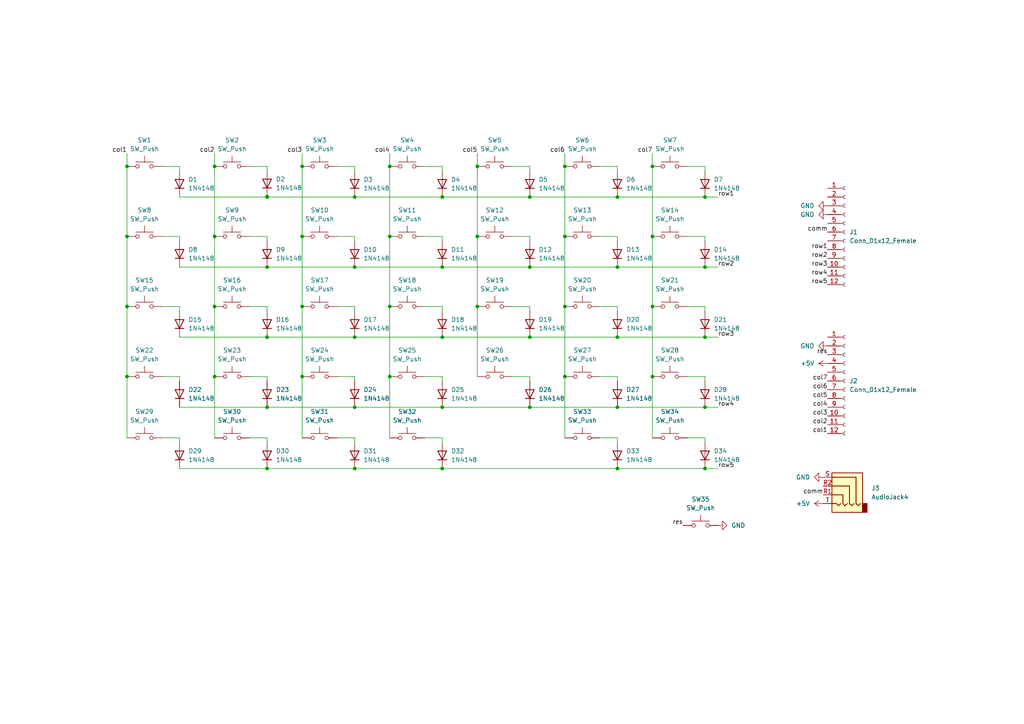
<source format=kicad_sch>
(kicad_sch (version 20211123) (generator eeschema)
  (paper "A4")
  (lib_symbols
    (symbol "Connector:AudioJack4"
      (property "Reference" "J" (at 0 8.89 0))
      (property "Value" "AudioJack4" (at 0 6.35 0))
      (symbol "AudioJack4_0_1"
        (rectangle (start -6.35 -5.08) (end -7.62 -7.62) (stroke (width 0.254)) (fill (type outline)))
        (polyline (pts (xy 0 -5.08) (xy 0.635 -5.715) (xy 1.27 -5.08) (xy 2.54 -5.08)) (stroke (width 0.254)))
        (polyline (pts (xy -5.715 -5.08) (xy -5.08 -5.715) (xy -4.445 -5.08) (xy -4.445 2.54) (xy 2.54 2.54)) (stroke (width 0.254)))
        (polyline (pts (xy -1.905 -5.08) (xy -1.27 -5.715) (xy -0.635 -5.08) (xy -0.635 -2.54) (xy 2.54 -2.54)) (stroke (width 0.254)))
        (polyline (pts (xy 2.54 0) (xy -2.54 0) (xy -2.54 -5.08) (xy -3.175 -5.715) (xy -3.81 -5.08)) (stroke (width 0.254)))
        (rectangle (start 2.54 3.81) (end -6.35 -7.62) (stroke (width 0.254)) (fill (type background)))
      )
      (symbol "AudioJack4_1_1"
        (pin passive line (at 5.08 -2.54 180) (length 2.54) (name "~") (number "R1"))
        (pin passive line (at 5.08 0 180) (length 2.54) (name "~") (number "R2"))
        (pin passive line (at 5.08 2.54 180) (length 2.54) (name "~") (number "S"))
        (pin passive line (at 5.08 -5.08 180) (length 2.54) (name "~") (number "T"))
      )
    )
    (symbol "Connector:Conn_01x12_Female" (pin_names (offset 1.016) hide)
      (property "Reference" "J" (at 0 15.24 0))
      (property "Value" "Conn_01x12_Female" (at 0 -17.78 0))
      (symbol "Conn_01x12_Female_1_1"
        (arc (start 0 -14.732) (mid -0.508 -15.24) (end 0 -15.748) (stroke (width 0.1524)))
        (arc (start 0 -12.192) (mid -0.508 -12.7) (end 0 -13.208) (stroke (width 0.1524)))
        (arc (start 0 -9.652) (mid -0.508 -10.16) (end 0 -10.668) (stroke (width 0.1524)))
        (arc (start 0 -7.112) (mid -0.508 -7.62) (end 0 -8.128) (stroke (width 0.1524)))
        (arc (start 0 -4.572) (mid -0.508 -5.08) (end 0 -5.588) (stroke (width 0.1524)))
        (arc (start 0 -2.032) (mid -0.508 -2.54) (end 0 -3.048) (stroke (width 0.1524)))
        (polyline (pts (xy -1.27 -15.24) (xy -0.508 -15.24)) (stroke (width 0.1524)))
        (polyline (pts (xy -1.27 -12.7) (xy -0.508 -12.7)) (stroke (width 0.1524)))
        (polyline (pts (xy -1.27 -10.16) (xy -0.508 -10.16)) (stroke (width 0.1524)))
        (polyline (pts (xy -1.27 -7.62) (xy -0.508 -7.62)) (stroke (width 0.1524)))
        (polyline (pts (xy -1.27 -5.08) (xy -0.508 -5.08)) (stroke (width 0.1524)))
        (polyline (pts (xy -1.27 -2.54) (xy -0.508 -2.54)) (stroke (width 0.1524)))
        (polyline (pts (xy -1.27 0) (xy -0.508 0)) (stroke (width 0.1524)))
        (polyline (pts (xy -1.27 2.54) (xy -0.508 2.54)) (stroke (width 0.1524)))
        (polyline (pts (xy -1.27 5.08) (xy -0.508 5.08)) (stroke (width 0.1524)))
        (polyline (pts (xy -1.27 7.62) (xy -0.508 7.62)) (stroke (width 0.1524)))
        (polyline (pts (xy -1.27 10.16) (xy -0.508 10.16)) (stroke (width 0.1524)))
        (polyline (pts (xy -1.27 12.7) (xy -0.508 12.7)) (stroke (width 0.1524)))
        (arc (start 0 0.508) (mid -0.508 0) (end 0 -0.508) (stroke (width 0.1524)))
        (arc (start 0 3.048) (mid -0.508 2.54) (end 0 2.032) (stroke (width 0.1524)))
        (arc (start 0 5.588) (mid -0.508 5.08) (end 0 4.572) (stroke (width 0.1524)))
        (arc (start 0 8.128) (mid -0.508 7.62) (end 0 7.112) (stroke (width 0.1524)))
        (arc (start 0 10.668) (mid -0.508 10.16) (end 0 9.652) (stroke (width 0.1524)))
        (arc (start 0 13.208) (mid -0.508 12.7) (end 0 12.192) (stroke (width 0.1524)))
        (pin passive line (at -5.08 12.7 0) (length 3.81) (name "Pin_1") (number "1"))
        (pin passive line (at -5.08 -10.16 0) (length 3.81) (name "Pin_10") (number "10"))
        (pin passive line (at -5.08 -12.7 0) (length 3.81) (name "Pin_11") (number "11"))
        (pin passive line (at -5.08 -15.24 0) (length 3.81) (name "Pin_12") (number "12"))
        (pin passive line (at -5.08 10.16 0) (length 3.81) (name "Pin_2") (number "2"))
        (pin passive line (at -5.08 7.62 0) (length 3.81) (name "Pin_3") (number "3"))
        (pin passive line (at -5.08 5.08 0) (length 3.81) (name "Pin_4") (number "4"))
        (pin passive line (at -5.08 2.54 0) (length 3.81) (name "Pin_5") (number "5"))
        (pin passive line (at -5.08 0 0) (length 3.81) (name "Pin_6") (number "6"))
        (pin passive line (at -5.08 -2.54 0) (length 3.81) (name "Pin_7") (number "7"))
        (pin passive line (at -5.08 -5.08 0) (length 3.81) (name "Pin_8") (number "8"))
        (pin passive line (at -5.08 -7.62 0) (length 3.81) (name "Pin_9") (number "9"))
      )
    )
    (symbol "Diode:1N4148" (pin_numbers hide) (pin_names (offset 1.016) hide)
      (property "Reference" "D" (at 0 2.54 0))
      (property "Value" "1N4148" (at 0 -2.54 0))
      (symbol "1N4148_0_1"
        (polyline (pts (xy -1.27 1.27) (xy -1.27 -1.27)) (stroke (width 0.254)))
        (polyline (pts (xy 1.27 0) (xy -1.27 0)))
        (polyline (pts (xy 1.27 1.27) (xy 1.27 -1.27) (xy -1.27 0) (xy 1.27 1.27)) (stroke (width 0.254)))
      )
      (symbol "1N4148_1_1"
        (pin passive line (at -3.81 0 0) (length 2.54) (name "K") (number "1"))
        (pin passive line (at 3.81 0 180) (length 2.54) (name "A") (number "2"))
      )
    )
    (symbol "Switch:SW_Push" (pin_numbers hide) (pin_names (offset 1.016) hide)
      (property "Reference" "SW" (at 1.27 2.54 0))
      (property "Value" "SW_Push" (at 0 -1.524 0))
      (symbol "SW_Push_0_1"
        (circle (center -2.032 0) (radius 0.508))
        (polyline (pts (xy 0 1.27) (xy 0 3.048)))
        (polyline (pts (xy 2.54 1.27) (xy -2.54 1.27)))
        (circle (center 2.032 0) (radius 0.508))
        (pin passive line (at -5.08 0 0) (length 2.54) (name "1") (number "1"))
        (pin passive line (at 5.08 0 180) (length 2.54) (name "2") (number "2"))
      )
    )
    (symbol "power:+5V" (power) (pin_names (offset 0))
      (property "Value" "+5V" (at 0 3.556 0))
      (symbol "+5V_0_1"
        (polyline (pts (xy -0.762 1.27) (xy 0 2.54)))
        (polyline (pts (xy 0 0) (xy 0 2.54)))
        (polyline (pts (xy 0 2.54) (xy 0.762 1.27)))
      )
      (symbol "+5V_1_1"
        (pin power_in line (at 0 0 90) (length 0) hide (name "+5V") (number "1"))
      )
    )
    (symbol "power:GND" (power) (pin_names (offset 0))
      (property "Value" "GND" (at 0 -3.81 0))
      (symbol "GND_0_1"
        (polyline (pts (xy 0 0) (xy 0 -1.27) (xy 1.27 -1.27) (xy 0 -2.54) (xy -1.27 -1.27) (xy 0 -1.27)))
      )
      (symbol "GND_1_1"
        (pin power_in line (at 0 0 270) (length 0) hide (name "GND") (number "1"))
      )
    )
  )
  (junction (at 113.03 48.26))
  (junction (at 179.07 97.79))
  (junction (at 62.23 48.26))
  (junction (at 62.23 88.9))
  (junction (at 102.87 57.15))
  (junction (at 204.47 135.89))
  (junction (at 36.83 48.26))
  (junction (at 163.83 109.22))
  (junction (at 153.67 118.11))
  (junction (at 189.23 109.22))
  (junction (at 128.27 97.79))
  (junction (at 77.47 77.47))
  (junction (at 77.47 97.79))
  (junction (at 128.27 77.47))
  (junction (at 128.27 118.11))
  (junction (at 36.83 109.22))
  (junction (at 87.63 48.26))
  (junction (at 102.87 77.47))
  (junction (at 179.07 57.15))
  (junction (at 102.87 118.11))
  (junction (at 153.67 97.79))
  (junction (at 189.23 68.58))
  (junction (at 102.87 135.89))
  (junction (at 77.47 57.0388))
  (junction (at 153.67 57.15))
  (junction (at 163.83 88.9))
  (junction (at 204.47 57.15))
  (junction (at 62.23 109.22))
  (junction (at 128.27 57.15))
  (junction (at 128.27 135.89))
  (junction (at 36.83 88.9))
  (junction (at 163.83 68.58))
  (junction (at 163.83 48.26))
  (junction (at 179.07 77.47))
  (junction (at 204.47 97.79))
  (junction (at 77.47 135.89))
  (junction (at 153.67 77.47))
  (junction (at 138.43 68.58))
  (junction (at 77.47 118.11))
  (junction (at 87.63 88.9))
  (junction (at 62.23 68.58))
  (junction (at 138.43 88.9))
  (junction (at 204.47 77.47))
  (junction (at 113.03 68.58))
  (junction (at 102.87 97.79))
  (junction (at 204.47 118.11))
  (junction (at 77.47 57.15))
  (junction (at 113.03 109.22))
  (junction (at 179.07 135.89))
  (junction (at 138.43 48.26))
  (junction (at 179.07 118.11))
  (junction (at 87.63 109.22))
  (junction (at 87.63 68.58))
  (junction (at 189.23 88.9))
  (junction (at 113.03 88.9))
  (junction (at 189.23 48.26))
  (junction (at 36.83 68.58))
  (wire (pts (xy 179.07 109.22) (xy 179.07 110.49)))
  (wire (pts (xy 52.07 57.15) (xy 77.47 57.15)))
  (wire (pts (xy 77.47 57.0388) (xy 77.47 57.15)))
  (wire (pts (xy 179.07 127) (xy 179.07 128.27)))
  (wire (pts (xy 179.07 68.58) (xy 179.07 69.85)))
  (wire (pts (xy 153.67 109.22) (xy 153.67 110.49)))
  (wire (pts (xy 97.79 68.58) (xy 102.87 68.58)))
  (wire (pts (xy 179.07 77.47) (xy 204.47 77.47)))
  (wire (pts (xy 204.47 57.15) (xy 208.28 57.15)))
  (wire (pts (xy 87.63 88.9) (xy 87.63 109.22)))
  (wire (pts (xy 87.63 109.22) (xy 87.63 127)))
  (wire (pts (xy 77.47 48.26) (xy 77.47 49.4188)))
  (wire (pts (xy 204.47 109.22) (xy 204.47 110.49)))
  (wire (pts (xy 102.87 109.22) (xy 102.87 110.49)))
  (wire (pts (xy 52.07 135.89) (xy 77.47 135.89)))
  (wire (pts (xy 87.63 48.26) (xy 87.63 68.58)))
  (wire (pts (xy 52.07 48.26) (xy 52.07 49.53)))
  (wire (pts (xy 199.39 88.9) (xy 204.47 88.9)))
  (wire (pts (xy 163.83 88.9) (xy 163.83 109.22)))
  (wire (pts (xy 123.19 48.26) (xy 128.27 48.26)))
  (wire (pts (xy 72.39 88.9) (xy 77.47 88.9)))
  (wire (pts (xy 102.87 135.89) (xy 128.27 135.89)))
  (wire (pts (xy 62.23 109.22) (xy 62.23 127)))
  (wire (pts (xy 102.87 48.26) (xy 102.87 49.53)))
  (wire (pts (xy 36.83 88.9) (xy 36.83 109.22)))
  (wire (pts (xy 138.43 68.58) (xy 138.43 88.9)))
  (wire (pts (xy 189.23 109.22) (xy 189.23 127)))
  (wire (pts (xy 148.59 88.9) (xy 153.67 88.9)))
  (wire (pts (xy 189.23 88.9) (xy 189.23 109.22)))
  (wire (pts (xy 97.79 127) (xy 102.87 127)))
  (wire (pts (xy 52.07 127) (xy 52.07 128.27)))
  (wire (pts (xy 128.27 127) (xy 128.27 128.27)))
  (wire (pts (xy 204.47 48.26) (xy 204.47 49.53)))
  (wire (pts (xy 36.83 109.22) (xy 36.83 127)))
  (wire (pts (xy 102.87 77.47) (xy 128.27 77.47)))
  (wire (pts (xy 123.19 88.9) (xy 128.27 88.9)))
  (wire (pts (xy 87.63 44.45) (xy 87.63 48.26)))
  (wire (pts (xy 189.23 68.58) (xy 189.23 88.9)))
  (wire (pts (xy 148.59 109.22) (xy 153.67 109.22)))
  (wire (pts (xy 102.87 97.79) (xy 128.27 97.79)))
  (wire (pts (xy 123.19 127) (xy 128.27 127)))
  (wire (pts (xy 52.07 118.11) (xy 77.47 118.11)))
  (wire (pts (xy 113.03 88.9) (xy 113.03 109.22)))
  (wire (pts (xy 128.27 135.89) (xy 179.07 135.89)))
  (wire (pts (xy 128.27 118.11) (xy 153.67 118.11)))
  (wire (pts (xy 72.39 68.58) (xy 77.47 68.58)))
  (wire (pts (xy 62.23 88.9) (xy 62.23 109.22)))
  (wire (pts (xy 179.07 48.26) (xy 179.07 49.53)))
  (wire (pts (xy 52.07 97.79) (xy 77.47 97.79)))
  (wire (pts (xy 138.43 44.45) (xy 138.43 48.26)))
  (wire (pts (xy 148.59 48.26) (xy 153.67 48.26)))
  (wire (pts (xy 153.67 68.58) (xy 153.67 69.85)))
  (wire (pts (xy 204.47 88.9) (xy 204.47 90.17)))
  (wire (pts (xy 153.67 88.9) (xy 153.67 90.17)))
  (wire (pts (xy 153.67 77.47) (xy 179.07 77.47)))
  (wire (pts (xy 179.07 135.89) (xy 204.47 135.89)))
  (wire (pts (xy 113.03 48.26) (xy 113.03 68.58)))
  (wire (pts (xy 138.43 48.26) (xy 138.43 68.58)))
  (wire (pts (xy 153.67 48.26) (xy 153.67 49.53)))
  (wire (pts (xy 87.63 68.58) (xy 87.63 88.9)))
  (wire (pts (xy 52.07 109.22) (xy 52.07 110.49)))
  (wire (pts (xy 179.07 57.15) (xy 204.47 57.15)))
  (wire (pts (xy 153.67 118.11) (xy 179.07 118.11)))
  (wire (pts (xy 52.07 88.9) (xy 52.07 90.17)))
  (wire (pts (xy 77.47 127) (xy 77.47 128.27)))
  (wire (pts (xy 62.23 44.45) (xy 62.23 48.26)))
  (wire (pts (xy 62.23 48.26) (xy 62.23 68.58)))
  (wire (pts (xy 102.87 118.11) (xy 128.27 118.11)))
  (wire (pts (xy 199.39 127) (xy 204.47 127)))
  (wire (pts (xy 52.07 77.47) (xy 77.47 77.47)))
  (wire (pts (xy 153.67 57.15) (xy 179.07 57.15)))
  (wire (pts (xy 128.27 97.79) (xy 153.67 97.79)))
  (wire (pts (xy 204.47 135.89) (xy 208.28 135.89)))
  (wire (pts (xy 46.99 109.22) (xy 52.07 109.22)))
  (wire (pts (xy 128.27 68.58) (xy 128.27 69.85)))
  (wire (pts (xy 204.47 68.58) (xy 204.47 69.85)))
  (wire (pts (xy 179.07 118.11) (xy 204.47 118.11)))
  (wire (pts (xy 72.39 127) (xy 77.47 127)))
  (wire (pts (xy 173.99 127) (xy 179.07 127)))
  (wire (pts (xy 77.47 88.9) (xy 77.47 90.17)))
  (wire (pts (xy 204.47 127) (xy 204.47 128.27)))
  (wire (pts (xy 199.39 48.26) (xy 204.47 48.26)))
  (wire (pts (xy 204.47 97.79) (xy 208.28 97.79)))
  (wire (pts (xy 163.83 68.58) (xy 163.83 88.9)))
  (wire (pts (xy 173.99 48.26) (xy 179.07 48.26)))
  (wire (pts (xy 199.39 109.22) (xy 204.47 109.22)))
  (wire (pts (xy 123.19 109.22) (xy 128.27 109.22)))
  (wire (pts (xy 163.83 44.45) (xy 163.83 48.26)))
  (wire (pts (xy 77.47 77.47) (xy 102.87 77.47)))
  (wire (pts (xy 77.47 135.89) (xy 102.87 135.89)))
  (wire (pts (xy 179.07 88.9) (xy 179.07 90.17)))
  (wire (pts (xy 173.99 109.22) (xy 179.07 109.22)))
  (wire (pts (xy 72.39 109.22) (xy 77.47 109.22)))
  (wire (pts (xy 36.83 48.26) (xy 36.83 68.58)))
  (wire (pts (xy 163.83 109.22) (xy 163.83 127)))
  (wire (pts (xy 46.99 127) (xy 52.07 127)))
  (wire (pts (xy 77.47 57.15) (xy 102.87 57.15)))
  (wire (pts (xy 77.47 109.22) (xy 77.47 110.49)))
  (wire (pts (xy 72.39 48.26) (xy 77.47 48.26)))
  (wire (pts (xy 113.03 109.22) (xy 113.03 127)))
  (wire (pts (xy 77.47 118.11) (xy 102.87 118.11)))
  (wire (pts (xy 153.67 97.79) (xy 179.07 97.79)))
  (wire (pts (xy 148.59 68.58) (xy 153.67 68.58)))
  (wire (pts (xy 46.99 88.9) (xy 52.07 88.9)))
  (wire (pts (xy 199.39 68.58) (xy 204.47 68.58)))
  (wire (pts (xy 102.87 57.15) (xy 128.27 57.15)))
  (wire (pts (xy 102.87 68.58) (xy 102.87 69.85)))
  (wire (pts (xy 77.47 68.58) (xy 77.47 69.85)))
  (wire (pts (xy 123.19 68.58) (xy 128.27 68.58)))
  (wire (pts (xy 128.27 109.22) (xy 128.27 110.49)))
  (wire (pts (xy 102.87 127) (xy 102.87 128.27)))
  (wire (pts (xy 128.27 57.15) (xy 153.67 57.15)))
  (wire (pts (xy 204.47 77.47) (xy 208.28 77.47)))
  (wire (pts (xy 189.23 44.45) (xy 189.23 48.26)))
  (wire (pts (xy 179.07 97.79) (xy 204.47 97.79)))
  (wire (pts (xy 97.79 48.26) (xy 102.87 48.26)))
  (wire (pts (xy 36.83 68.58) (xy 36.83 88.9)))
  (wire (pts (xy 52.07 68.58) (xy 52.07 69.85)))
  (wire (pts (xy 46.99 48.26) (xy 52.07 48.26)))
  (wire (pts (xy 204.47 118.11) (xy 208.28 118.11)))
  (wire (pts (xy 138.43 88.9) (xy 138.43 109.22)))
  (wire (pts (xy 46.99 68.58) (xy 52.07 68.58)))
  (wire (pts (xy 113.03 44.45) (xy 113.03 48.26)))
  (wire (pts (xy 128.27 88.9) (xy 128.27 90.17)))
  (wire (pts (xy 173.99 68.58) (xy 179.07 68.58)))
  (wire (pts (xy 128.27 48.26) (xy 128.27 49.53)))
  (wire (pts (xy 97.79 109.22) (xy 102.87 109.22)))
  (wire (pts (xy 113.03 68.58) (xy 113.03 88.9)))
  (wire (pts (xy 163.83 48.26) (xy 163.83 68.58)))
  (wire (pts (xy 173.99 88.9) (xy 179.07 88.9)))
  (wire (pts (xy 128.27 77.47) (xy 153.67 77.47)))
  (wire (pts (xy 102.87 88.9) (xy 102.87 90.17)))
  (wire (pts (xy 189.23 48.26) (xy 189.23 68.58)))
  (wire (pts (xy 97.79 88.9) (xy 102.87 88.9)))
  (wire (pts (xy 36.83 44.45) (xy 36.83 48.26)))
  (wire (pts (xy 62.23 68.58) (xy 62.23 88.9)))
  (wire (pts (xy 77.47 97.79) (xy 102.87 97.79)))
  (label "row4" (at 240.03 80.01 180))
  (label "row3" (at 240.03 77.47 180))
  (label "col1" (at 240.03 125.73 180))
  (label "col6" (at 240.03 113.03 180))
  (label "col5" (at 138.43 44.45 180))
  (label "res" (at 198.12 152.4 180))
  (label "col7" (at 189.23 44.45 180))
  (label "col1" (at 36.83 44.45 180))
  (label "col7" (at 240.03 110.49 180))
  (label "col6" (at 163.83 44.45 180))
  (label "comm" (at 238.76 143.51 180))
  (label "row2" (at 240.03 74.93 180))
  (label "col3" (at 87.63 44.45 180))
  (label "col2" (at 62.23 44.45 180))
  (label "col4" (at 240.03 118.11 180))
  (label "row5" (at 208.28 135.89 0))
  (label "row1" (at 208.28 57.15 0))
  (label "col5" (at 240.03 115.57 180))
  (label "row3" (at 208.28 97.79 0))
  (label "row4" (at 208.28 118.11 0))
  (label "row5" (at 240.03 82.55 180))
  (label "row2" (at 208.28 77.47 0))
  (label "res" (at 240.03 102.87 180))
  (label "col4" (at 113.03 44.45 180))
  (label "col2" (at 240.03 123.19 180))
  (label "comm" (at 240.03 67.31 180))
  (label "row1" (at 240.03 72.39 180))
  (label "col3" (at 240.03 120.65 180))
  (symbol (lib_id "Diode:1N4148") (at 102.87 93.98 90) (unit 1)
    (property "Reference" "D17" (at 105.41 92.7099 90) (effects (justify right)))
    (property "Value" "1N4148" (at 105.41 95.2499 90) (effects (justify right)))
    (property "Footprint" "Diode_SMD:D_SOD-123" (effects hide))
    (property "Datasheet" "https://assets.nexperia.com/documents/data-sheet/1N4148_1N4448.pdf" (effects hide))
  )
  (symbol (lib_id "Switch:SW_Push") (at 92.71 48.26 0) (unit 1)
    (property "Reference" "SW3" (at 92.71 40.64 0))
    (property "Value" "SW_Push" (at 92.71 43.18 0))
    (property "Footprint" "Button_Switch_Keyboard:SW_Cherry_MX_1.00u_Plate" (effects hide))
  )
  (symbol (lib_id "Diode:1N4148") (at 52.07 114.3 90) (unit 1)
    (property "Reference" "D22" (at 54.61 113.0299 90) (effects (justify right)))
    (property "Value" "1N4148" (at 54.61 115.5699 90) (effects (justify right)))
    (property "Footprint" "Diode_SMD:D_SOD-123" (effects hide))
    (property "Datasheet" "https://assets.nexperia.com/documents/data-sheet/1N4148_1N4448.pdf" (effects hide))
  )
  (symbol (lib_id "Switch:SW_Push") (at 92.71 68.58 0) (unit 1)
    (property "Reference" "SW10" (at 92.71 60.96 0))
    (property "Value" "SW_Push" (at 92.71 63.5 0))
    (property "Footprint" "Button_Switch_Keyboard:SW_Cherry_MX_1.00u_Plate" (effects hide))
  )
  (symbol (lib_id "Diode:1N4148") (at 77.47 132.08 90) (unit 1)
    (property "Reference" "D30" (at 80.01 130.8099 90) (effects (justify right)))
    (property "Value" "1N4148" (at 80.01 133.3499 90) (effects (justify right)))
    (property "Footprint" "Diode_SMD:D_SOD-123" (effects hide))
    (property "Datasheet" "https://assets.nexperia.com/documents/data-sheet/1N4148_1N4448.pdf" (effects hide))
  )
  (symbol (lib_id "Diode:1N4148") (at 204.47 93.98 90) (unit 1)
    (property "Reference" "D21" (at 207.01 92.7099 90) (effects (justify right)))
    (property "Value" "1N4148" (at 207.01 95.2499 90) (effects (justify right)))
    (property "Footprint" "Diode_SMD:D_SOD-123" (effects hide))
    (property "Datasheet" "https://assets.nexperia.com/documents/data-sheet/1N4148_1N4448.pdf" (effects hide))
  )
  (symbol (lib_id "Connector:AudioJack4") (at 243.84 140.97 0) (mirror y) (unit 1)
    (property "Reference" "J3" (at 252.73 141.6049 0) (effects (justify right)))
    (property "Value" "AudioJack4" (at 252.73 144.1449 0) (effects (justify right)))
    (property "Footprint" "Connector_Audio:Jack_3.5mm_PJ320E_Horizontal" (effects hide))
  )
  (symbol (lib_id "power:+5V") (at 238.76 146.05 90) (unit 1)
    (property "Reference" "#PWR0102" (effects hide))
    (property "Value" "+5V" (at 234.95 146.0499 90) (effects (justify left)))
  )
  (symbol (lib_id "Switch:SW_Push") (at 143.51 48.26 0) (unit 1)
    (property "Reference" "SW5" (at 143.51 40.64 0))
    (property "Value" "SW_Push" (at 143.51 43.18 0))
    (property "Footprint" "Button_Switch_Keyboard:SW_Cherry_MX_1.00u_Plate" (effects hide))
  )
  (symbol (lib_id "Switch:SW_Push") (at 118.11 68.58 0) (unit 1)
    (property "Reference" "SW11" (at 118.11 60.96 0))
    (property "Value" "SW_Push" (at 118.11 63.5 0))
    (property "Footprint" "Button_Switch_Keyboard:SW_Cherry_MX_1.00u_Plate" (effects hide))
  )
  (symbol (lib_id "Diode:1N4148") (at 77.47 53.2288 90) (unit 1)
    (property "Reference" "D2" (at 80.01 51.9587 90) (effects (justify right)))
    (property "Value" "1N4148" (at 80.01 54.4987 90) (effects (justify right)))
    (property "Footprint" "Diode_SMD:D_SOD-123" (effects hide))
    (property "Datasheet" "https://assets.nexperia.com/documents/data-sheet/1N4148_1N4448.pdf" (effects hide))
  )
  (symbol (lib_id "Switch:SW_Push") (at 67.31 127 0) (unit 1)
    (property "Reference" "SW30" (at 67.31 119.38 0))
    (property "Value" "SW_Push" (at 67.31 121.92 0))
    (property "Footprint" "Button_Switch_Keyboard:SW_Cherry_MX_1.00u_Plate" (effects hide))
  )
  (symbol (lib_id "power:GND") (at 238.76 138.43 270) (unit 1)
    (property "Reference" "#PWR0103" (effects hide))
    (property "Value" "GND" (at 234.95 138.4299 90) (effects (justify right)))
  )
  (symbol (lib_id "Diode:1N4148") (at 52.07 93.98 90) (unit 1)
    (property "Reference" "D15" (at 54.61 92.7099 90) (effects (justify right)))
    (property "Value" "1N4148" (at 54.61 95.2499 90) (effects (justify right)))
    (property "Footprint" "Diode_SMD:D_SOD-123" (effects hide))
    (property "Datasheet" "https://assets.nexperia.com/documents/data-sheet/1N4148_1N4448.pdf" (effects hide))
  )
  (symbol (lib_id "Diode:1N4148") (at 77.47 73.66 90) (unit 1)
    (property "Reference" "D9" (at 80.01 72.3899 90) (effects (justify right)))
    (property "Value" "1N4148" (at 80.01 74.9299 90) (effects (justify right)))
    (property "Footprint" "Diode_SMD:D_SOD-123" (effects hide))
    (property "Datasheet" "https://assets.nexperia.com/documents/data-sheet/1N4148_1N4448.pdf" (effects hide))
  )
  (symbol (lib_id "Switch:SW_Push") (at 67.31 68.58 0) (unit 1)
    (property "Reference" "SW9" (at 67.31 60.96 0))
    (property "Value" "SW_Push" (at 67.31 63.5 0))
    (property "Footprint" "Button_Switch_Keyboard:SW_Cherry_MX_1.00u_Plate" (effects hide))
  )
  (symbol (lib_id "Switch:SW_Push") (at 118.11 48.26 0) (unit 1)
    (property "Reference" "SW4" (at 118.11 40.64 0))
    (property "Value" "SW_Push" (at 118.11 43.18 0))
    (property "Footprint" "Button_Switch_Keyboard:SW_Cherry_MX_1.00u_Plate" (effects hide))
  )
  (symbol (lib_id "Connector:Conn_01x12_Female") (at 245.11 67.31 0) (unit 1)
    (property "Reference" "J1" (at 246.38 67.3099 0) (effects (justify left)))
    (property "Value" "Conn_01x12_Female" (at 246.38 69.8499 0) (effects (justify left)))
    (property "Footprint" "Connector_PinHeader_2.54mm:PinHeader_1x12_P2.54mm_Vertical" (effects hide))
  )
  (symbol (lib_id "Switch:SW_Push") (at 41.91 88.9 0) (unit 1)
    (property "Reference" "SW15" (at 41.91 81.28 0))
    (property "Value" "SW_Push" (at 41.91 83.82 0))
    (property "Footprint" "Button_Switch_Keyboard:SW_Cherry_MX_1.00u_Plate" (effects hide))
  )
  (symbol (lib_id "Diode:1N4148") (at 128.27 132.08 90) (unit 1)
    (property "Reference" "D32" (at 130.81 130.8099 90) (effects (justify right)))
    (property "Value" "1N4148" (at 130.81 133.3499 90) (effects (justify right)))
    (property "Footprint" "Diode_SMD:D_SOD-123" (effects hide))
    (property "Datasheet" "https://assets.nexperia.com/documents/data-sheet/1N4148_1N4448.pdf" (effects hide))
  )
  (symbol (lib_id "Switch:SW_Push") (at 118.11 88.9 0) (unit 1)
    (property "Reference" "SW18" (at 118.11 81.28 0))
    (property "Value" "SW_Push" (at 118.11 83.82 0))
    (property "Footprint" "Button_Switch_Keyboard:SW_Cherry_MX_1.00u_Plate" (effects hide))
  )
  (symbol (lib_id "Diode:1N4148") (at 179.07 53.34 90) (unit 1)
    (property "Reference" "D6" (at 181.61 52.0699 90) (effects (justify right)))
    (property "Value" "1N4148" (at 181.61 54.6099 90) (effects (justify right)))
    (property "Footprint" "Diode_SMD:D_SOD-123" (effects hide))
    (property "Datasheet" "https://assets.nexperia.com/documents/data-sheet/1N4148_1N4448.pdf" (effects hide))
  )
  (symbol (lib_id "Diode:1N4148") (at 179.07 132.08 90) (unit 1)
    (property "Reference" "D33" (at 181.61 130.8099 90) (effects (justify right)))
    (property "Value" "1N4148" (at 181.61 133.3499 90) (effects (justify right)))
    (property "Footprint" "Diode_SMD:D_SOD-123" (effects hide))
    (property "Datasheet" "https://assets.nexperia.com/documents/data-sheet/1N4148_1N4448.pdf" (effects hide))
  )
  (symbol (lib_id "Diode:1N4148") (at 77.47 114.3 90) (unit 1)
    (property "Reference" "D23" (at 80.01 113.0299 90) (effects (justify right)))
    (property "Value" "1N4148" (at 80.01 115.5699 90) (effects (justify right)))
    (property "Footprint" "Diode_SMD:D_SOD-123" (effects hide))
    (property "Datasheet" "https://assets.nexperia.com/documents/data-sheet/1N4148_1N4448.pdf" (effects hide))
  )
  (symbol (lib_id "Switch:SW_Push") (at 67.31 48.26 0) (unit 1)
    (property "Reference" "SW2" (at 67.31 40.64 0))
    (property "Value" "SW_Push" (at 67.31 43.18 0))
    (property "Footprint" "Button_Switch_Keyboard:SW_Cherry_MX_1.00u_Plate" (effects hide))
  )
  (symbol (lib_id "Switch:SW_Push") (at 168.91 109.22 0) (unit 1)
    (property "Reference" "SW27" (at 168.91 101.6 0))
    (property "Value" "SW_Push" (at 168.91 104.14 0))
    (property "Footprint" "Button_Switch_Keyboard:SW_Cherry_MX_1.00u_Plate" (effects hide))
  )
  (symbol (lib_id "Diode:1N4148") (at 179.07 114.3 90) (unit 1)
    (property "Reference" "D27" (at 181.61 113.0299 90) (effects (justify right)))
    (property "Value" "1N4148" (at 181.61 115.5699 90) (effects (justify right)))
    (property "Footprint" "Diode_SMD:D_SOD-123" (effects hide))
    (property "Datasheet" "https://assets.nexperia.com/documents/data-sheet/1N4148_1N4448.pdf" (effects hide))
  )
  (symbol (lib_id "Switch:SW_Push") (at 194.31 127 0) (unit 1)
    (property "Reference" "SW34" (at 194.31 119.38 0))
    (property "Value" "SW_Push" (at 194.31 121.92 0))
    (property "Footprint" "Button_Switch_Keyboard:SW_Cherry_MX_1.00u_Plate" (effects hide))
  )
  (symbol (lib_id "Diode:1N4148") (at 153.67 73.66 90) (unit 1)
    (property "Reference" "D12" (at 156.21 72.3899 90) (effects (justify right)))
    (property "Value" "1N4148" (at 156.21 74.9299 90) (effects (justify right)))
    (property "Footprint" "Diode_SMD:D_SOD-123" (effects hide))
    (property "Datasheet" "https://assets.nexperia.com/documents/data-sheet/1N4148_1N4448.pdf" (effects hide))
  )
  (symbol (lib_id "Diode:1N4148") (at 52.07 53.34 90) (unit 1)
    (property "Reference" "D1" (at 54.61 52.0699 90) (effects (justify right)))
    (property "Value" "1N4148" (at 54.61 54.6099 90) (effects (justify right)))
    (property "Footprint" "Diode_SMD:D_SOD-123" (effects hide))
    (property "Datasheet" "https://assets.nexperia.com/documents/data-sheet/1N4148_1N4448.pdf" (effects hide))
  )
  (symbol (lib_id "Diode:1N4148") (at 179.07 93.98 90) (unit 1)
    (property "Reference" "D20" (at 181.61 92.7099 90) (effects (justify right)))
    (property "Value" "1N4148" (at 181.61 95.2499 90) (effects (justify right)))
    (property "Footprint" "Diode_SMD:D_SOD-123" (effects hide))
    (property "Datasheet" "https://assets.nexperia.com/documents/data-sheet/1N4148_1N4448.pdf" (effects hide))
  )
  (symbol (lib_id "Diode:1N4148") (at 102.87 73.66 90) (unit 1)
    (property "Reference" "D10" (at 105.41 72.3899 90) (effects (justify right)))
    (property "Value" "1N4148" (at 105.41 74.9299 90) (effects (justify right)))
    (property "Footprint" "Diode_SMD:D_SOD-123" (effects hide))
    (property "Datasheet" "https://assets.nexperia.com/documents/data-sheet/1N4148_1N4448.pdf" (effects hide))
  )
  (symbol (lib_id "Switch:SW_Push") (at 92.71 109.22 0) (unit 1)
    (property "Reference" "SW24" (at 92.71 101.6 0))
    (property "Value" "SW_Push" (at 92.71 104.14 0))
    (property "Footprint" "Button_Switch_Keyboard:SW_Cherry_MX_1.00u_Plate" (effects hide))
  )
  (symbol (lib_id "power:+5V") (at 240.03 105.41 90) (unit 1)
    (property "Reference" "#PWR0104" (effects hide))
    (property "Value" "+5V" (at 236.22 105.4099 90) (effects (justify left)))
  )
  (symbol (lib_id "Switch:SW_Push") (at 168.91 88.9 0) (unit 1)
    (property "Reference" "SW20" (at 168.91 81.28 0))
    (property "Value" "SW_Push" (at 168.91 83.82 0))
    (property "Footprint" "Button_Switch_Keyboard:SW_Cherry_MX_1.00u_Plate" (effects hide))
  )
  (symbol (lib_id "Switch:SW_Push") (at 143.51 109.22 0) (unit 1)
    (property "Reference" "SW26" (at 143.51 101.6 0))
    (property "Value" "SW_Push" (at 143.51 104.14 0))
    (property "Footprint" "Button_Switch_Keyboard:SW_Cherry_MX_1.00u_Plate" (effects hide))
  )
  (symbol (lib_id "Switch:SW_Push") (at 67.31 109.22 0) (unit 1)
    (property "Reference" "SW23" (at 67.31 101.6 0))
    (property "Value" "SW_Push" (at 67.31 104.14 0))
    (property "Footprint" "Button_Switch_Keyboard:SW_Cherry_MX_1.00u_Plate" (effects hide))
  )
  (symbol (lib_id "Diode:1N4148") (at 179.07 73.66 90) (unit 1)
    (property "Reference" "D13" (at 181.61 72.3899 90) (effects (justify right)))
    (property "Value" "1N4148" (at 181.61 74.9299 90) (effects (justify right)))
    (property "Footprint" "Diode_SMD:D_SOD-123" (effects hide))
    (property "Datasheet" "https://assets.nexperia.com/documents/data-sheet/1N4148_1N4448.pdf" (effects hide))
  )
  (symbol (lib_id "Diode:1N4148") (at 153.67 93.98 90) (unit 1)
    (property "Reference" "D19" (at 156.21 92.7099 90) (effects (justify right)))
    (property "Value" "1N4148" (at 156.21 95.2499 90) (effects (justify right)))
    (property "Footprint" "Diode_SMD:D_SOD-123" (effects hide))
    (property "Datasheet" "https://assets.nexperia.com/documents/data-sheet/1N4148_1N4448.pdf" (effects hide))
  )
  (symbol (lib_id "Switch:SW_Push") (at 168.91 68.58 0) (unit 1)
    (property "Reference" "SW13" (at 168.91 60.96 0))
    (property "Value" "SW_Push" (at 168.91 63.5 0))
    (property "Footprint" "Button_Switch_Keyboard:SW_Cherry_MX_1.00u_Plate" (effects hide))
  )
  (symbol (lib_id "Diode:1N4148") (at 128.27 53.34 90) (unit 1)
    (property "Reference" "D4" (at 130.81 52.0699 90) (effects (justify right)))
    (property "Value" "1N4148" (at 130.81 54.6099 90) (effects (justify right)))
    (property "Footprint" "Diode_SMD:D_SOD-123" (effects hide))
    (property "Datasheet" "https://assets.nexperia.com/documents/data-sheet/1N4148_1N4448.pdf" (effects hide))
  )
  (symbol (lib_id "Switch:SW_Push") (at 143.51 88.9 0) (unit 1)
    (property "Reference" "SW19" (at 143.51 81.28 0))
    (property "Value" "SW_Push" (at 143.51 83.82 0))
    (property "Footprint" "Button_Switch_Keyboard:SW_Cherry_MX_1.00u_Plate" (effects hide))
  )
  (symbol (lib_id "Diode:1N4148") (at 153.67 53.34 90) (unit 1)
    (property "Reference" "D5" (at 156.21 52.0699 90) (effects (justify right)))
    (property "Value" "1N4148" (at 156.21 54.6099 90) (effects (justify right)))
    (property "Footprint" "Diode_SMD:D_SOD-123" (effects hide))
    (property "Datasheet" "https://assets.nexperia.com/documents/data-sheet/1N4148_1N4448.pdf" (effects hide))
  )
  (symbol (lib_id "Switch:SW_Push") (at 194.31 88.9 0) (unit 1)
    (property "Reference" "SW21" (at 194.31 81.28 0))
    (property "Value" "SW_Push" (at 194.31 83.82 0))
    (property "Footprint" "Button_Switch_Keyboard:SW_Cherry_MX_1.00u_Plate" (effects hide))
  )
  (symbol (lib_id "Diode:1N4148") (at 204.47 73.66 90) (unit 1)
    (property "Reference" "D14" (at 207.01 72.3899 90) (effects (justify right)))
    (property "Value" "1N4148" (at 207.01 74.9299 90) (effects (justify right)))
    (property "Footprint" "Diode_SMD:D_SOD-123" (effects hide))
    (property "Datasheet" "https://assets.nexperia.com/documents/data-sheet/1N4148_1N4448.pdf" (effects hide))
  )
  (symbol (lib_id "power:GND") (at 240.03 62.23 270) (unit 1)
    (property "Reference" "#PWR0107" (effects hide))
    (property "Value" "GND" (at 236.22 62.2299 90) (effects (justify right)))
  )
  (symbol (lib_id "Diode:1N4148") (at 102.87 132.08 90) (unit 1)
    (property "Reference" "D31" (at 105.41 130.8099 90) (effects (justify right)))
    (property "Value" "1N4148" (at 105.41 133.3499 90) (effects (justify right)))
    (property "Footprint" "Diode_SMD:D_SOD-123" (effects hide))
    (property "Datasheet" "https://assets.nexperia.com/documents/data-sheet/1N4148_1N4448.pdf" (effects hide))
  )
  (symbol (lib_id "Switch:SW_Push") (at 168.91 48.26 0) (unit 1)
    (property "Reference" "SW6" (at 168.91 40.64 0))
    (property "Value" "SW_Push" (at 168.91 43.18 0))
    (property "Footprint" "Button_Switch_Keyboard:SW_Cherry_MX_1.00u_Plate" (effects hide))
  )
  (symbol (lib_id "Connector:Conn_01x12_Female") (at 245.11 110.49 0) (unit 1)
    (property "Reference" "J2" (at 246.38 110.4899 0) (effects (justify left)))
    (property "Value" "Conn_01x12_Female" (at 246.38 113.0299 0) (effects (justify left)))
    (property "Footprint" "Connector_PinHeader_2.54mm:PinHeader_1x12_P2.54mm_Vertical" (effects hide))
  )
  (symbol (lib_id "Switch:SW_Push") (at 194.31 48.26 0) (unit 1)
    (property "Reference" "SW7" (at 194.31 40.64 0))
    (property "Value" "SW_Push" (at 194.31 43.18 0))
    (property "Footprint" "Button_Switch_Keyboard:SW_Cherry_MX_1.00u_Plate" (effects hide))
  )
  (symbol (lib_id "Diode:1N4148") (at 204.47 114.3 90) (unit 1)
    (property "Reference" "D28" (at 207.01 113.0299 90) (effects (justify right)))
    (property "Value" "1N4148" (at 207.01 115.5699 90) (effects (justify right)))
    (property "Footprint" "Diode_SMD:D_SOD-123" (effects hide))
    (property "Datasheet" "https://assets.nexperia.com/documents/data-sheet/1N4148_1N4448.pdf" (effects hide))
  )
  (symbol (lib_id "Diode:1N4148") (at 204.47 132.08 90) (unit 1)
    (property "Reference" "D34" (at 207.01 130.8099 90) (effects (justify right)))
    (property "Value" "1N4148" (at 207.01 133.3499 90) (effects (justify right)))
    (property "Footprint" "Diode_SMD:D_SOD-123" (effects hide))
    (property "Datasheet" "https://assets.nexperia.com/documents/data-sheet/1N4148_1N4448.pdf" (effects hide))
  )
  (symbol (lib_id "Switch:SW_Push") (at 168.91 127 0) (unit 1)
    (property "Reference" "SW33" (at 168.91 119.38 0))
    (property "Value" "SW_Push" (at 168.91 121.92 0))
    (property "Footprint" "Button_Switch_Keyboard:SW_Cherry_MX_1.00u_Plate" (effects hide))
  )
  (symbol (lib_id "Switch:SW_Push") (at 92.71 127 0) (unit 1)
    (property "Reference" "SW31" (at 92.71 119.38 0))
    (property "Value" "SW_Push" (at 92.71 121.92 0))
    (property "Footprint" "Button_Switch_Keyboard:SW_Cherry_MX_1.00u_Plate" (effects hide))
  )
  (symbol (lib_id "Diode:1N4148") (at 153.67 114.3 90) (unit 1)
    (property "Reference" "D26" (at 156.21 113.0299 90) (effects (justify right)))
    (property "Value" "1N4148" (at 156.21 115.5699 90) (effects (justify right)))
    (property "Footprint" "Diode_SMD:D_SOD-123" (effects hide))
    (property "Datasheet" "https://assets.nexperia.com/documents/data-sheet/1N4148_1N4448.pdf" (effects hide))
  )
  (symbol (lib_id "Diode:1N4148") (at 52.07 73.66 90) (unit 1)
    (property "Reference" "D8" (at 54.61 72.3899 90) (effects (justify right)))
    (property "Value" "1N4148" (at 54.61 74.9299 90) (effects (justify right)))
    (property "Footprint" "Diode_SMD:D_SOD-123" (effects hide))
    (property "Datasheet" "https://assets.nexperia.com/documents/data-sheet/1N4148_1N4448.pdf" (effects hide))
  )
  (symbol (lib_id "Switch:SW_Push") (at 118.11 109.22 0) (unit 1)
    (property "Reference" "SW25" (at 118.11 101.6 0))
    (property "Value" "SW_Push" (at 118.11 104.14 0))
    (property "Footprint" "Button_Switch_Keyboard:SW_Cherry_MX_1.00u_Plate" (effects hide))
  )
  (symbol (lib_id "Switch:SW_Push") (at 143.51 68.58 0) (unit 1)
    (property "Reference" "SW12" (at 143.51 60.96 0))
    (property "Value" "SW_Push" (at 143.51 63.5 0))
    (property "Footprint" "Button_Switch_Keyboard:SW_Cherry_MX_1.00u_Plate" (effects hide))
  )
  (symbol (lib_id "power:GND") (at 240.03 100.33 270) (unit 1)
    (property "Reference" "#PWR0105" (effects hide))
    (property "Value" "GND" (at 236.22 100.3299 90) (effects (justify right)))
  )
  (symbol (lib_id "Diode:1N4148") (at 52.07 132.08 90) (unit 1)
    (property "Reference" "D29" (at 54.61 130.8099 90) (effects (justify right)))
    (property "Value" "1N4148" (at 54.61 133.3499 90) (effects (justify right)))
    (property "Footprint" "Diode_SMD:D_SOD-123" (effects hide))
    (property "Datasheet" "https://assets.nexperia.com/documents/data-sheet/1N4148_1N4448.pdf" (effects hide))
  )
  (symbol (lib_id "Switch:SW_Push") (at 41.91 68.58 0) (unit 1)
    (property "Reference" "SW8" (at 41.91 60.96 0))
    (property "Value" "SW_Push" (at 41.91 63.5 0))
    (property "Footprint" "Button_Switch_Keyboard:SW_Cherry_MX_1.00u_Plate" (effects hide))
  )
  (symbol (lib_id "Switch:SW_Push") (at 92.71 88.9 0) (unit 1)
    (property "Reference" "SW17" (at 92.71 81.28 0))
    (property "Value" "SW_Push" (at 92.71 83.82 0))
    (property "Footprint" "Button_Switch_Keyboard:SW_Cherry_MX_1.00u_Plate" (effects hide))
  )
  (symbol (lib_id "Switch:SW_Push") (at 67.31 88.9 0) (unit 1)
    (property "Reference" "SW16" (at 67.31 81.28 0))
    (property "Value" "SW_Push" (at 67.31 83.82 0))
    (property "Footprint" "Button_Switch_Keyboard:SW_Cherry_MX_1.00u_Plate" (effects hide))
  )
  (symbol (lib_id "power:GND") (at 240.03 59.69 270) (unit 1)
    (property "Reference" "#PWR0106" (effects hide))
    (property "Value" "GND" (at 236.22 59.6899 90) (effects (justify right)))
  )
  (symbol (lib_id "Switch:SW_Push") (at 203.2 152.4 0) (unit 1)
    (property "Reference" "SW35" (at 203.2 144.78 0))
    (property "Value" "SW_Push" (at 203.2 147.32 0))
    (property "Footprint" "Button_Switch_SMD:SW_SPST_PTS645" (effects hide))
  )
  (symbol (lib_id "Switch:SW_Push") (at 194.31 68.58 0) (unit 1)
    (property "Reference" "SW14" (at 194.31 60.96 0))
    (property "Value" "SW_Push" (at 194.31 63.5 0))
    (property "Footprint" "Button_Switch_Keyboard:SW_Cherry_MX_1.00u_Plate" (effects hide))
  )
  (symbol (lib_id "Switch:SW_Push") (at 118.11 127 0) (unit 1)
    (property "Reference" "SW32" (at 118.11 119.38 0))
    (property "Value" "SW_Push" (at 118.11 121.92 0))
    (property "Footprint" "Button_Switch_Keyboard:SW_Cherry_MX_1.00u_Plate" (effects hide))
  )
  (symbol (lib_id "Switch:SW_Push") (at 41.91 127 0) (unit 1)
    (property "Reference" "SW29" (at 41.91 119.38 0))
    (property "Value" "SW_Push" (at 41.91 121.92 0))
    (property "Footprint" "Button_Switch_Keyboard:SW_Cherry_MX_1.00u_Plate" (effects hide))
  )
  (symbol (lib_id "power:GND") (at 208.28 152.4 90) (unit 1)
    (property "Reference" "#PWR0101" (effects hide))
    (property "Value" "GND" (at 212.09 152.3999 90) (effects (justify right)))
  )
  (symbol (lib_id "Switch:SW_Push") (at 41.91 109.22 0) (unit 1)
    (property "Reference" "SW22" (at 41.91 101.6 0))
    (property "Value" "SW_Push" (at 41.91 104.14 0))
    (property "Footprint" "Button_Switch_Keyboard:SW_Cherry_MX_1.00u_Plate" (effects hide))
  )
  (symbol (lib_id "Diode:1N4148") (at 128.27 73.66 90) (unit 1)
    (property "Reference" "D11" (at 130.81 72.3899 90) (effects (justify right)))
    (property "Value" "1N4148" (at 130.81 74.9299 90) (effects (justify right)))
    (property "Footprint" "Diode_SMD:D_SOD-123" (effects hide))
    (property "Datasheet" "https://assets.nexperia.com/documents/data-sheet/1N4148_1N4448.pdf" (effects hide))
  )
  (symbol (lib_id "Switch:SW_Push") (at 194.31 109.22 0) (unit 1)
    (property "Reference" "SW28" (at 194.31 101.6 0))
    (property "Value" "SW_Push" (at 194.31 104.14 0))
    (property "Footprint" "Button_Switch_Keyboard:SW_Cherry_MX_1.00u_Plate" (effects hide))
  )
  (symbol (lib_id "Switch:SW_Push") (at 41.91 48.26 0) (unit 1)
    (property "Reference" "SW1" (at 41.91 40.64 0))
    (property "Value" "SW_Push" (at 41.91 43.18 0))
    (property "Footprint" "Button_Switch_Keyboard:SW_Cherry_MX_1.00u_Plate" (effects hide))
  )
  (symbol (lib_id "Diode:1N4148") (at 102.87 53.34 90) (unit 1)
    (property "Reference" "D3" (at 105.41 52.0699 90) (effects (justify right)))
    (property "Value" "1N4148" (at 105.41 54.6099 90) (effects (justify right)))
    (property "Footprint" "Diode_SMD:D_SOD-123" (effects hide))
    (property "Datasheet" "https://assets.nexperia.com/documents/data-sheet/1N4148_1N4448.pdf" (effects hide))
  )
  (symbol (lib_id "Diode:1N4148") (at 102.87 114.3 90) (unit 1)
    (property "Reference" "D24" (at 105.41 113.0299 90) (effects (justify right)))
    (property "Value" "1N4148" (at 105.41 115.5699 90) (effects (justify right)))
    (property "Footprint" "Diode_SMD:D_SOD-123" (effects hide))
    (property "Datasheet" "https://assets.nexperia.com/documents/data-sheet/1N4148_1N4448.pdf" (effects hide))
  )
  (symbol (lib_id "Diode:1N4148") (at 77.47 93.98 90) (unit 1)
    (property "Reference" "D16" (at 80.01 92.7099 90) (effects (justify right)))
    (property "Value" "1N4148" (at 80.01 95.2499 90) (effects (justify right)))
    (property "Footprint" "Diode_SMD:D_SOD-123" (effects hide))
    (property "Datasheet" "https://assets.nexperia.com/documents/data-sheet/1N4148_1N4448.pdf" (effects hide))
  )
  (symbol (lib_id "Diode:1N4148") (at 128.27 114.3 90) (unit 1)
    (property "Reference" "D25" (at 130.81 113.0299 90) (effects (justify right)))
    (property "Value" "1N4148" (at 130.81 115.5699 90) (effects (justify right)))
    (property "Footprint" "Diode_SMD:D_SOD-123" (effects hide))
    (property "Datasheet" "https://assets.nexperia.com/documents/data-sheet/1N4148_1N4448.pdf" (effects hide))
  )
  (symbol (lib_id "Diode:1N4148") (at 204.47 53.34 90) (unit 1)
    (property "Reference" "D7" (at 207.01 52.0699 90) (effects (justify right)))
    (property "Value" "1N4148" (at 207.01 54.6099 90) (effects (justify right)))
    (property "Footprint" "Diode_SMD:D_SOD-123" (effects hide))
    (property "Datasheet" "https://assets.nexperia.com/documents/data-sheet/1N4148_1N4448.pdf" (effects hide))
  )
  (symbol (lib_id "Diode:1N4148") (at 128.27 93.98 90) (unit 1)
    (property "Reference" "D18" (at 130.81 92.7099 90) (effects (justify right)))
    (property "Value" "1N4148" (at 130.81 95.2499 90) (effects (justify right)))
    (property "Footprint" "Diode_SMD:D_SOD-123" (effects hide))
    (property "Datasheet" "https://assets.nexperia.com/documents/data-sheet/1N4148_1N4448.pdf" (effects hide))
  )
)
</source>
